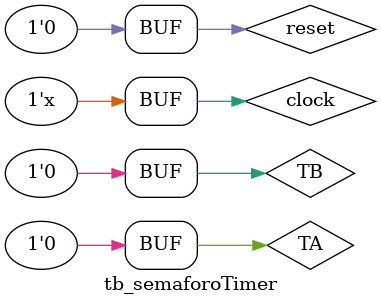
<source format=sv>
`timescale 1ns / 1ps


module tb_semaforoTimer();  
    // We need to give values at the inputs, so we define them as registers  
	logic clock;
	logic reset;
	logic TA, TB;
	
	//The outputs are wires. We don't connect them to anything, but we need to 
	// declare them to visualize them in the output timing diagram
	logic [1:0] LA, LB;
	// an instance of the Device Under Test
	semaforoTimer DUT(
        .clock (clock),
        .reset (reset),
        .TA (TA),
        .TB (TB),
        .LA (LA),
        .LB (LB)
        );
            
	// generate a clock signal that inverts its value every five time units
	always  #5 clock=~clock;
	
	//here we assign values to the inputs
	initial begin

		clock = 1'b0;
		reset = 1'b1;
		TA = 1'b0;
		TB = 1'b0;	
		#20 reset = 1'b0;
		
		#97 TA = 1'b1;
		#23 TA = 1'b0;
		#171 TB = 1'b1;
		#27 TB = 1'b0;
		
		#97 TB = 1'b1;
		#27 TB = 1'b0;
		#97 TA = 1'b1;
		#23 TA = 1'b0;
		#171 TA = 1'b1;
		#23 TA = 1'b0;

	end

endmodule

</source>
